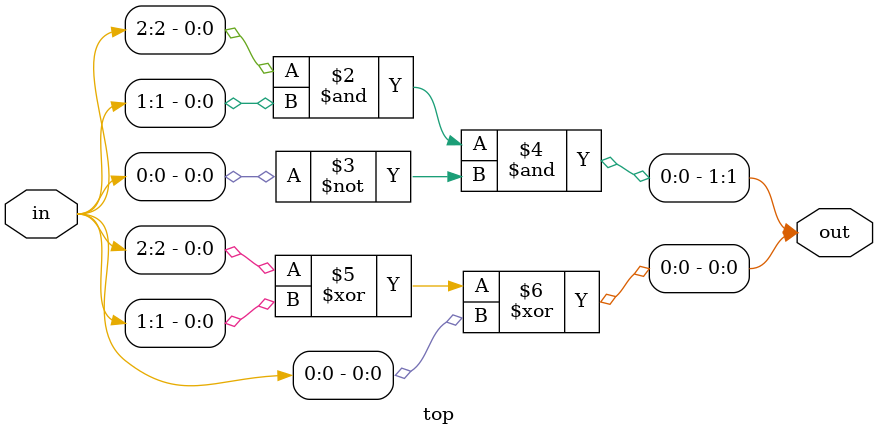
<source format=sv>
module top (
  input [2:0] in,
  output reg [1:0] out
);

always @(*) begin
  out[1] = in[2] & in[1] & ~in[0];
  out[0] = in[2] ^ in[1] ^ in[0];
end

endmodule

</source>
